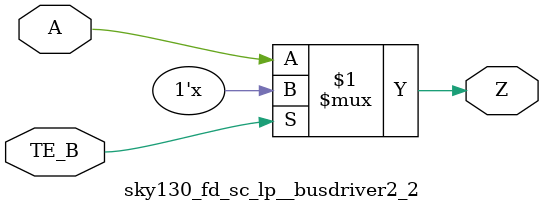
<source format=v>
module sky130_fd_sc_lp__busdriver2_2 (
    Z   ,
    A   ,
    TE_B
);
    output Z   ;
    input  A   ;
    input  TE_B;
    bufif0 bufif00 (Z     , A, TE_B        );
endmodule
</source>
